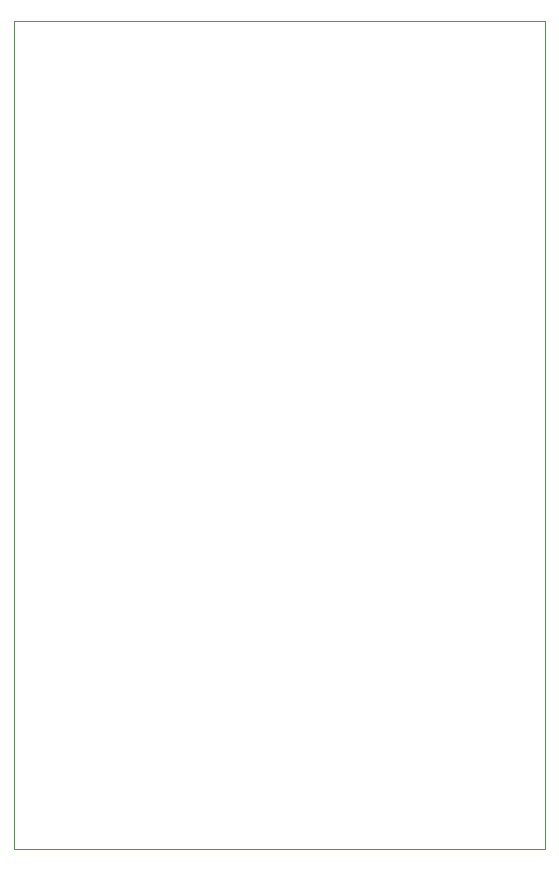
<source format=gbr>
%TF.GenerationSoftware,KiCad,Pcbnew,(5.1.10)-1*%
%TF.CreationDate,2021-07-07T23:24:12+02:00*%
%TF.ProjectId,Wortuhr_SK6812,576f7274-7568-4725-9f53-4b363831322e,rev?*%
%TF.SameCoordinates,Original*%
%TF.FileFunction,Profile,NP*%
%FSLAX46Y46*%
G04 Gerber Fmt 4.6, Leading zero omitted, Abs format (unit mm)*
G04 Created by KiCad (PCBNEW (5.1.10)-1) date 2021-07-07 23:24:12*
%MOMM*%
%LPD*%
G01*
G04 APERTURE LIST*
%TA.AperFunction,Profile*%
%ADD10C,0.100000*%
%TD*%
G04 APERTURE END LIST*
D10*
X157480000Y-88646000D02*
X157480000Y-158750000D01*
X112522000Y-88646000D02*
X157480000Y-88646000D01*
X112522000Y-158750000D02*
X112522000Y-88646000D01*
X157480000Y-158750000D02*
X112522000Y-158750000D01*
M02*

</source>
